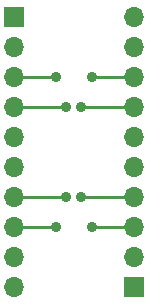
<source format=gbl>
G04 #@! TF.GenerationSoftware,KiCad,Pcbnew,(6.0.9)*
G04 #@! TF.CreationDate,2023-05-28T18:52:16+02:00*
G04 #@! TF.ProjectId,SOIC-SSOP-DIP adapter,534f4943-2d53-4534-9f50-2d4449502061,rev?*
G04 #@! TF.SameCoordinates,Original*
G04 #@! TF.FileFunction,Copper,L2,Bot*
G04 #@! TF.FilePolarity,Positive*
%FSLAX46Y46*%
G04 Gerber Fmt 4.6, Leading zero omitted, Abs format (unit mm)*
G04 Created by KiCad (PCBNEW (6.0.9)) date 2023-05-28 18:52:16*
%MOMM*%
%LPD*%
G01*
G04 APERTURE LIST*
G04 #@! TA.AperFunction,ComponentPad*
%ADD10R,1.700000X1.700000*%
G04 #@! TD*
G04 #@! TA.AperFunction,ComponentPad*
%ADD11O,1.700000X1.700000*%
G04 #@! TD*
G04 #@! TA.AperFunction,ViaPad*
%ADD12C,0.900000*%
G04 #@! TD*
G04 #@! TA.AperFunction,Conductor*
%ADD13C,0.250000*%
G04 #@! TD*
G04 APERTURE END LIST*
D10*
X99060000Y-133350000D03*
D11*
X99060000Y-130810000D03*
X99060000Y-128270000D03*
X99060000Y-125730000D03*
X99060000Y-123190000D03*
X99060000Y-120650000D03*
X99060000Y-118110000D03*
X99060000Y-115570000D03*
X99060000Y-113030000D03*
X99060000Y-110490000D03*
D10*
X88900000Y-110490000D03*
D11*
X88900000Y-113030000D03*
X88900000Y-115570000D03*
X88900000Y-118110000D03*
X88900000Y-120650000D03*
X88900000Y-123190000D03*
X88900000Y-125730000D03*
X88900000Y-128270000D03*
X88900000Y-130810000D03*
X88900000Y-133350000D03*
D12*
X93345000Y-118110000D03*
X93345000Y-125730000D03*
X94615000Y-125730000D03*
X95504000Y-115570000D03*
X95504000Y-128270000D03*
X94615000Y-118110000D03*
X92456000Y-115570000D03*
X92456000Y-128270000D03*
D13*
X95504000Y-128270000D02*
X99060000Y-128270000D01*
X94615000Y-125730000D02*
X99060000Y-125730000D01*
X88900000Y-115570000D02*
X92456000Y-115570000D01*
X88900000Y-118110000D02*
X93345000Y-118110000D01*
X92456000Y-128270000D02*
X88900000Y-128270000D01*
X93345000Y-125730000D02*
X88900000Y-125730000D01*
X99060000Y-115570000D02*
X95504000Y-115570000D01*
X99060000Y-118110000D02*
X94615000Y-118110000D01*
M02*

</source>
